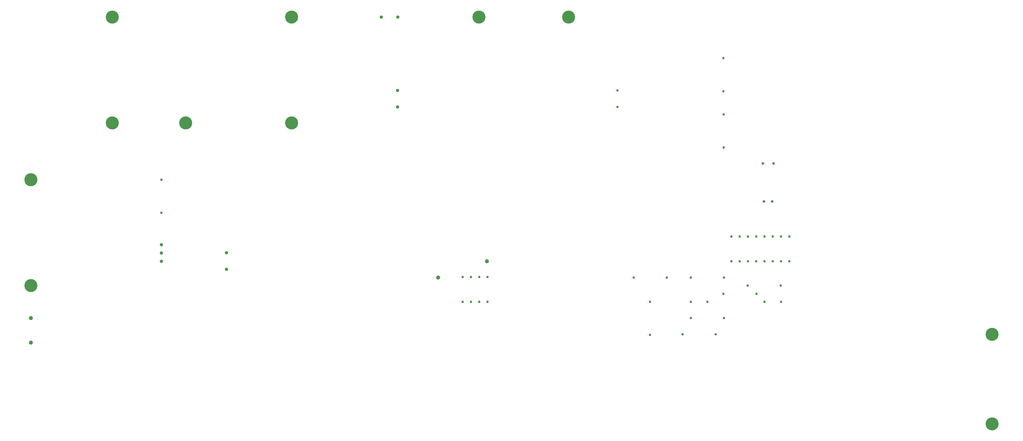
<source format=gbr>
G04 PROTEUS GERBER X2 FILE*
%TF.GenerationSoftware,Labcenter,Proteus,8.7-SP3-Build25561*%
%TF.CreationDate,2020-06-23T21:11:53+00:00*%
%TF.FileFunction,Plated,1,2,PTH*%
%TF.FilePolarity,Positive*%
%TF.Part,Single*%
%TF.SameCoordinates,{43e51975-e15d-4f1a-9cd5-5ad722afc605}*%
%FSLAX45Y45*%
%MOMM*%
G01*
%TA.AperFunction,ComponentDrill*%
%ADD34C,1.016000*%
%TA.AperFunction,OtherDrill,Unknown*%
%ADD35C,4.000000*%
%TA.AperFunction,ComponentDrill*%
%ADD36C,0.762000*%
%TA.AperFunction,ComponentDrill*%
%ADD37C,0.812800*%
%TA.AperFunction,OtherDrill,Unknown*%
%ADD38C,1.270000*%
%TD.AperFunction*%
D34*
X-10746000Y+4254000D03*
X-10746000Y+4000000D03*
X-10746000Y+3746000D03*
D35*
X-14750000Y+6250000D03*
X-14750000Y+3000000D03*
X+14750000Y+1500000D03*
X-12250000Y+11250000D03*
X-12250000Y+8000000D03*
X-10000000Y+8000000D03*
D34*
X-8750000Y+4008000D03*
X-8750000Y+3500000D03*
D35*
X-6750000Y+11250000D03*
X-6750000Y+8000000D03*
D34*
X-4000000Y+11250000D03*
X-3492000Y+11250000D03*
X-3500000Y+8492000D03*
X-3500000Y+9000000D03*
D35*
X-1000000Y+11250000D03*
D36*
X+3250000Y+8492000D03*
X+3250000Y+9000000D03*
D35*
X+14750000Y-1250000D03*
D36*
X+6500000Y+8968000D03*
X+6500000Y+9984000D03*
X+6508000Y+7242000D03*
X+6508000Y+8258000D03*
D37*
X+7748000Y+5588000D03*
X+8002000Y+5588000D03*
X+7709000Y+6750000D03*
X+8039000Y+6750000D03*
D36*
X+6750000Y+3750000D03*
X+7004000Y+3750000D03*
X+7258000Y+3750000D03*
X+7512000Y+3750000D03*
X+7766000Y+3750000D03*
X+8020000Y+3750000D03*
X+8274000Y+3750000D03*
X+8528000Y+3750000D03*
X+8528000Y+4512000D03*
X+8274000Y+4512000D03*
X+8020000Y+4512000D03*
X+7766000Y+4512000D03*
X+7512000Y+4512000D03*
X+7258000Y+4512000D03*
X+7004000Y+4512000D03*
X+6750000Y+4512000D03*
X+8274000Y+2500000D03*
X+7766000Y+2500000D03*
X+8266000Y+3000000D03*
X+7250000Y+3000000D03*
X+5500000Y+3250000D03*
X+6516000Y+3250000D03*
X+6500000Y+2750000D03*
X+7516000Y+2750000D03*
X+5500000Y+2500000D03*
X+6008000Y+2500000D03*
X+3750000Y+3250000D03*
X+4766000Y+3250000D03*
X+6266000Y+1500000D03*
X+5250000Y+1500000D03*
X+4250000Y+2500000D03*
X+4250000Y+1484000D03*
X+5500000Y+2000000D03*
X+6516000Y+2000000D03*
X-1500000Y+2500000D03*
X-1246000Y+2500000D03*
X-992000Y+2500000D03*
X-738000Y+2500000D03*
X-738000Y+3262000D03*
X-992000Y+3262000D03*
X-1246000Y+3262000D03*
X-1500000Y+3262000D03*
X-10742000Y+6258000D03*
X-10742000Y+5242000D03*
D38*
X-14750000Y+2000000D03*
X-14750000Y+1250000D03*
X-750000Y+3750000D03*
X-2250000Y+3250000D03*
D35*
X+1750000Y+11250000D03*
M02*

</source>
